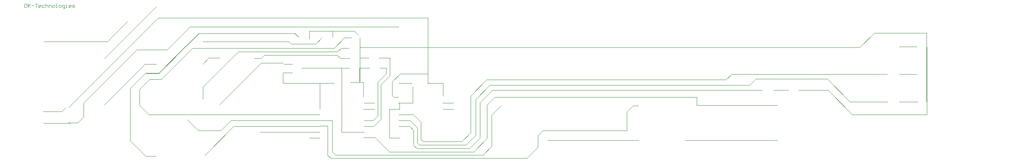
<source format=gtl>
*%FSLAX23Y23*%
*%MOIN*%
G01*
D14*
X5709Y8639D02*
Y8669D01*
Y8639D02*
X5724D01*
X5729Y8644D01*
Y8664D01*
X5724Y8669D01*
X5709D01*
X5739D02*
Y8639D01*
Y8649D01*
X5759Y8669D01*
X5744Y8654D01*
X5759Y8639D01*
X5769Y8654D02*
X5789D01*
X5799Y8669D02*
X5819D01*
X5809D01*
Y8639D01*
X5834D02*
X5844D01*
X5834D02*
X5829Y8644D01*
Y8654D01*
X5834Y8659D01*
X5844D01*
X5849Y8654D01*
Y8649D01*
X5829D01*
X5864Y8659D02*
X5879D01*
X5864D02*
X5859Y8654D01*
Y8644D01*
X5864Y8639D01*
X5879D01*
X5889D02*
Y8669D01*
Y8654D02*
Y8639D01*
Y8654D02*
X5894Y8659D01*
X5904D01*
X5909Y8654D01*
Y8639D01*
X5919D02*
Y8659D01*
X5934D01*
X5939Y8654D01*
Y8639D01*
X5954D02*
X5964D01*
X5969Y8644D01*
Y8654D01*
X5964Y8659D01*
X5954D01*
X5949Y8654D01*
Y8644D01*
X5954Y8639D01*
X5979D02*
X5989D01*
X5984D01*
Y8669D01*
X5979D01*
X6009Y8639D02*
X6019D01*
X6024Y8644D01*
Y8654D01*
X6019Y8659D01*
X6009D01*
X6004Y8654D01*
Y8644D01*
X6009Y8639D01*
X6044Y8629D02*
X6049D01*
X6054Y8634D01*
Y8659D01*
X6039D01*
X6034Y8654D01*
Y8644D01*
X6039Y8639D01*
X6054D01*
X6064D02*
X6074D01*
X6069D01*
Y8659D01*
X6064D01*
X6069Y8669D02*
X6070D01*
X6094Y8639D02*
X6104D01*
X6094D02*
X6089Y8644D01*
Y8654D01*
X6094Y8659D01*
X6104D01*
X6109Y8654D01*
Y8649D01*
X6089D01*
X6119Y8639D02*
X6134D01*
X6139Y8644D01*
X6134Y8649D01*
X6124D01*
X6119Y8654D01*
X6124Y8659D01*
X6139D01*
D15*
X8429Y7568D02*
X8622D01*
X8429Y8116D02*
X8087D01*
X8429D02*
Y7568D01*
D17*
X7504Y7616D02*
X7256Y7368D01*
X6862Y8072D02*
X7067Y8277D01*
X7205Y8415D01*
X7150Y8289D02*
X6882Y8021D01*
X7240Y7954D02*
X7394Y8108D01*
X7382Y8096D02*
X7543Y8257D01*
X9563Y7399D02*
X9677Y7513D01*
X9618Y7820D02*
X9724Y7927D01*
X9701Y7970D02*
X9579Y7848D01*
X9535Y7879D02*
X9673Y8017D01*
X8839Y7399D02*
X8717Y7521D01*
X12595Y8025D02*
X12791Y7828D01*
X12811Y7718D02*
X12602Y7927D01*
X10020Y7344D02*
X8335D01*
X8378Y7372D02*
X9642D01*
X9563Y7399D02*
X8839D01*
X9075Y7427D02*
X9429D01*
X9417D02*
X9528D01*
X9409Y7458D02*
X9095D01*
X9402D02*
X9496D01*
X8244Y7616D02*
X7504D01*
X8618Y7521D02*
X8697D01*
X8244Y7568D02*
X7815D01*
X7870D02*
X7732D01*
X8839Y7517D02*
X8925D01*
X10197Y7498D02*
X10980D01*
X11378D02*
X12165D01*
X8244Y7517D02*
X8154D01*
X8244Y7620D02*
X8311D01*
X10158Y7580D02*
X10878D01*
X9012Y7616D02*
X8925D01*
X8921D02*
X9012D01*
X9130Y7486D02*
X9386D01*
X9374D02*
X9461D01*
X8717Y7521D02*
X8622D01*
X8244Y7667D02*
X7488D01*
X8622Y7817D02*
X8689D01*
X8709D02*
X8654D01*
X9295D02*
X9390D01*
X8709Y7765D02*
X8618D01*
X9299D02*
X9390D01*
X8925D02*
X8839D01*
X8921Y7817D02*
X9039D01*
X8350Y7667D02*
X8244D01*
X10929Y7793D02*
X10976D01*
X11476Y7797D02*
X12165D01*
X9012Y7667D02*
X8921D01*
Y7718D02*
X9004D01*
X9008Y7667D02*
X9016D01*
X8988Y7718D02*
X9047D01*
X12811D02*
X13449D01*
X13374Y7828D02*
X13213D01*
X13114D02*
X12791D01*
X11476Y7868D02*
X9744D01*
X9776Y7927D02*
X12035D01*
X9776D02*
X9724D01*
X12138D02*
X12264D01*
X9882Y7970D02*
X9701D01*
X9870D02*
X11929D01*
X12350Y7927D02*
X12602D01*
X6882Y8021D02*
X6803D01*
X9673Y8017D02*
X11713D01*
X11984Y8025D02*
X12595D01*
X11728Y8017D02*
X11665D01*
X6839Y8151D02*
X6744D01*
X7933D02*
X8008D01*
Y8076D02*
X7933D01*
X8390Y8116D02*
X8496D01*
X8488D02*
X8106D01*
X6862Y8072D02*
X6756D01*
X8417Y8202D02*
X8500D01*
X13213Y8065D02*
X13362D01*
X13110D02*
X11866D01*
X11776D01*
X7315Y8289D02*
X7150D01*
X7240Y8344D02*
X7339D01*
X7327D02*
X7976D01*
X7996Y8324D02*
X8209D01*
X8327Y8289D02*
X7303D01*
X8327D02*
X8366D01*
X8453Y8376D02*
X8512D01*
X8394Y8257D02*
X7543D01*
X8425Y8289D02*
X8492D01*
X13213Y8301D02*
X13362D01*
X7378Y8415D02*
X7205D01*
X7370D02*
X8032D01*
X8354Y8435D02*
X8539D01*
X8354D02*
X8154D01*
X7240Y7954D02*
Y7852D01*
X7976Y8344D02*
X7992Y8328D01*
X7996Y8324D01*
X8154Y8368D02*
Y8435D01*
X8063Y8383D02*
X8032Y8415D01*
X8244Y7907D02*
Y7769D01*
X8311Y7620D02*
Y7458D01*
X8350Y7462D02*
Y7667D01*
Y7470D02*
Y7454D01*
X8311Y7462D02*
Y7439D01*
Y7462D02*
Y7368D01*
X8350Y7399D02*
Y7525D01*
X8354Y8383D02*
Y8435D01*
X8260Y8376D02*
X8209Y8324D01*
X8366Y8289D02*
X8453Y8376D01*
X8311Y7368D02*
X8335Y7344D01*
X8378Y7372D02*
X8350Y7399D01*
X8583Y7994D02*
Y8116D01*
X8587Y8112D02*
Y8379D01*
X8425Y8289D02*
X8394Y8257D01*
Y8226D02*
X8417Y8202D01*
X8575Y8399D02*
X8539Y8435D01*
X8717Y7521D02*
X8776Y7462D01*
X8925Y7765D02*
Y7820D01*
X8839Y7765D02*
Y7517D01*
X9039Y7817D02*
Y7958D01*
X9047Y7580D02*
Y7454D01*
X9079Y7474D02*
Y7604D01*
X9110Y7655D02*
Y7505D01*
X9047Y7580D02*
X9012Y7616D01*
X9047Y7454D02*
X9075Y7427D01*
X9079Y7604D02*
X9016Y7667D01*
X9079Y7474D02*
X9095Y7458D01*
X9130Y7486D02*
X9110Y7505D01*
Y7655D02*
X9047Y7718D01*
X9535Y7561D02*
Y7879D01*
X9618Y7517D02*
X9528Y7427D01*
X9496Y7458D02*
X9579Y7541D01*
X9535Y7561D02*
X9461Y7486D01*
X9717Y7509D02*
Y7714D01*
Y7537D02*
Y7462D01*
X9677Y7521D02*
Y7801D01*
X9717Y7509D02*
Y7446D01*
X9677Y7513D02*
Y7545D01*
X9618Y7517D02*
Y7820D01*
X9579Y7848D02*
Y7541D01*
X9717Y7714D02*
X9799Y7797D01*
X9744Y7868D02*
X9677Y7801D01*
X9717Y7446D02*
X9642Y7372D01*
X10114Y7454D02*
Y7537D01*
Y7509D02*
Y7439D01*
Y7537D02*
X10158Y7580D01*
X10114Y7439D02*
X10020Y7344D01*
X10878Y7580D02*
Y7742D01*
X10929Y7793D01*
X11476Y7797D02*
Y7868D01*
X11728Y8017D02*
X11776Y8065D01*
X11929Y7970D02*
X11984Y8025D01*
X13449Y8297D02*
Y7718D01*
D18*
X6595Y8520D02*
X6420Y8345D01*
X7382Y7803D02*
X7740Y8161D01*
X7203Y8415D02*
X6861Y8073D01*
X6746D02*
X6616Y7943D01*
X6398Y8202D02*
X6843Y8647D01*
X6744Y8151D02*
X6394Y7801D01*
X6616Y7495D02*
X6751Y7360D01*
X6838D01*
X8624Y7618D02*
X8708D01*
X7393Y7581D02*
X7200D01*
X8622Y7668D02*
X8701D01*
X6834Y7717D02*
X6777D01*
X6834D02*
X8244D01*
X7534Y7667D02*
X7479D01*
X8876Y7868D02*
X8918D01*
X6882Y8022D02*
X6782D01*
X8759Y8119D02*
X8813D01*
X8844Y8203D02*
X8751D01*
X8932Y8069D02*
X9169D01*
X8669Y8117D02*
X8586D01*
X8590Y8203D02*
X8662D01*
X7741Y8202D02*
X7681D01*
X7740Y8161D02*
X7926D01*
X7386Y8203D02*
X7291D01*
X6861Y8073D02*
X6746D01*
X6744Y8151D02*
X6839D01*
X7766Y8227D02*
X8392D01*
X6420Y8345D02*
X5875D01*
X7203Y8415D02*
X8026D01*
X6616Y7943D02*
Y7495D01*
X6695Y7799D02*
Y7935D01*
X6782Y8022D01*
X6695Y7799D02*
X6777Y7717D01*
X7106Y7675D02*
X7200Y7581D01*
X7240Y8152D02*
X7291Y8203D01*
X7479Y7667D02*
X7393Y7581D01*
X7741Y8202D02*
X7766Y8227D01*
X8026Y8415D02*
X8052Y8389D01*
X8740Y7997D02*
Y7847D01*
X8768Y7974D02*
Y7678D01*
X8740Y7707D02*
Y7848D01*
Y7997D02*
X8813Y8070D01*
X8844Y8050D02*
X8768Y7974D01*
Y7678D02*
X8708Y7618D01*
X8701Y7668D02*
X8740Y7707D01*
X8813Y8070D02*
Y8119D01*
X8844Y8050D02*
Y8203D01*
X8863Y8000D02*
Y7881D01*
Y8000D02*
X8932Y8069D01*
X8863Y7881D02*
X8876Y7868D01*
X9169Y8007D02*
Y8069D01*
D19*
X9390Y7765D02*
D03*
Y7817D02*
D03*
X8921Y8470D02*
D03*
Y7986D02*
D03*
X8717Y7521D02*
D03*
X8709Y7765D02*
D03*
Y7817D02*
D03*
X8244Y8470D02*
D03*
Y7986D02*
D03*
X8154Y7517D02*
D03*
X7661Y7431D02*
D03*
X7732Y7568D02*
D03*
X7106Y7675D02*
D03*
X6595Y8520D02*
D03*
D20*
X6858Y8549D02*
X6091Y7781D01*
X8504Y7994D02*
X8618D01*
X9173Y7986D02*
X9299D01*
X8366D02*
X8244D01*
X8287D02*
X7925D01*
X8921D02*
X9032D01*
X9114Y8549D02*
X6858D01*
X8787D02*
X9169D01*
X8921Y8470D02*
X8768D01*
X8244D02*
X8020D01*
X7130D02*
X8921D01*
X7925Y8076D02*
Y7986D01*
X8244D02*
Y7872D01*
Y7927D02*
Y7986D01*
X8618Y7994D02*
Y7872D01*
X9169Y7986D02*
Y8084D01*
Y7986D02*
Y8549D01*
X9299Y7986D02*
Y7876D01*
D21*
X12874Y8293D02*
X13000Y8419D01*
X7130Y8470D02*
X6933Y8273D01*
X6673D02*
X6217Y7817D01*
Y7698D02*
X6165Y7647D01*
X6066Y7781D02*
X6029Y7744D01*
X6087Y7647D02*
X6165D01*
X6101Y7644D02*
X5872D01*
X6025Y7744D02*
X6029D01*
X6025D02*
X6022D01*
X5871D01*
X9169Y8293D02*
X12874D01*
X9170Y8293D02*
X8586D01*
X6933Y8273D02*
X6673D01*
X13000Y8419D02*
X13445D01*
X8921Y8470D02*
X7130D01*
X6217Y7817D02*
Y7797D01*
Y7698D01*
X8586Y8001D02*
Y8293D01*
X9169Y8293D02*
Y8021D01*
X9170Y7982D02*
Y8293D01*
X13445Y8419D02*
Y7828D01*
D27*
X13211D02*
D03*
X13111D02*
D03*
X13211Y8065D02*
D03*
X13111D02*
D03*
X13211Y8301D02*
D03*
X13111D02*
D03*
X12137Y7927D02*
D03*
X12037D02*
D03*
X12162Y7497D02*
D03*
Y7797D02*
D03*
X12562Y7497D02*
D03*
Y7797D02*
D03*
X10981Y7497D02*
D03*
Y7797D02*
D03*
X11381Y7497D02*
D03*
Y7797D02*
D03*
X9800Y7497D02*
D03*
Y7797D02*
D03*
X10200Y7497D02*
D03*
Y7797D02*
D03*
X6839Y7852D02*
D03*
Y8152D02*
D03*
X7239Y7852D02*
D03*
Y8152D02*
D03*
Y7659D02*
D03*
Y7359D02*
D03*
X6839Y7659D02*
D03*
Y7359D02*
D03*
Y8344D02*
D03*
Y8644D02*
D03*
X7239Y8344D02*
D03*
Y8644D02*
D03*
X7682Y7802D02*
D03*
X7382D02*
D03*
X7682Y8202D02*
D03*
X7382D02*
D03*
X5872Y7643D02*
D03*
X5972Y7743D02*
D03*
X5872Y7743D02*
D03*
X5972Y7843D02*
D03*
X5872D02*
D03*
X5972Y7943D02*
D03*
X5872D02*
D03*
X5972Y8043D02*
D03*
X5872D02*
D03*
X5972Y8143D02*
D03*
X5872D02*
D03*
X5972Y8243D02*
D03*
X5872D02*
D03*
X5972Y8343D02*
D03*
X5872D02*
D03*
X6397Y8202D02*
D03*
X6697D02*
D03*
X6397Y7802D02*
D03*
X6697D02*
D03*
D29*
X8244Y7868D02*
D03*
X8921D02*
D03*
D31*
X5752Y7876D02*
D03*
X5760Y8108D02*
D03*
D35*
X14075Y8525D02*
D03*
Y7478D02*
D03*
X10177Y8525D02*
D03*
X6280D02*
D03*
Y7478D02*
D03*
D37*
X8008Y8076D02*
D03*
Y8151D02*
D03*
D39*
X8088Y8113D02*
D03*
D41*
X13358Y7828D02*
D03*
X13448D02*
D03*
X13358Y8065D02*
D03*
X13448D02*
D03*
X13354Y8293D02*
D03*
X13444D02*
D03*
X12260Y7927D02*
D03*
X12350D02*
D03*
X8496Y8202D02*
D03*
X8586D02*
D03*
X8496Y8293D02*
D03*
X8586D02*
D03*
X8496Y8379D02*
D03*
X8586D02*
D03*
X8264D02*
D03*
X8354D02*
D03*
X8496Y8116D02*
D03*
X8586D02*
D03*
X8755Y8203D02*
D03*
X8665D02*
D03*
X8757Y8116D02*
D03*
X8667D02*
D03*
X8063Y8379D02*
D03*
X8153D02*
D03*
D43*
X9170Y7986D02*
D03*
X9035D02*
D03*
X8497Y7990D02*
D03*
X8362D02*
D03*
D44*
X7925Y8072D02*
D03*
Y8162D02*
D03*
D47*
X5972Y7643D02*
D03*
D49*
X8244Y7818D02*
D03*
Y7768D02*
D03*
Y7718D02*
D03*
Y7668D02*
D03*
Y7618D02*
D03*
Y7568D02*
D03*
Y7518D02*
D03*
X8619D02*
D03*
Y7568D02*
D03*
Y7618D02*
D03*
Y7668D02*
D03*
Y7718D02*
D03*
Y7768D02*
D03*
Y7818D02*
D03*
Y7868D02*
D03*
X8921Y7818D02*
D03*
Y7768D02*
D03*
Y7718D02*
D03*
Y7668D02*
D03*
Y7618D02*
D03*
Y7568D02*
D03*
Y7518D02*
D03*
X9296D02*
D03*
Y7568D02*
D03*
Y7618D02*
D03*
Y7668D02*
D03*
Y7718D02*
D03*
Y7768D02*
D03*
Y7818D02*
D03*
Y7868D02*
D03*
D51*
X6091Y7782D02*
D03*
Y7647D02*
D03*
M02*

</source>
